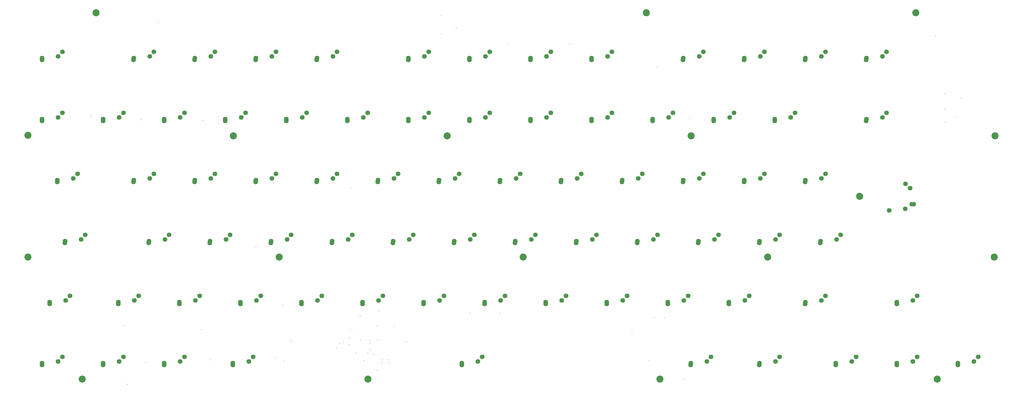
<source format=gbr>
%TF.GenerationSoftware,KiCad,Pcbnew,8.0.2-1*%
%TF.CreationDate,2024-08-02T01:43:11+02:00*%
%TF.ProjectId,keyboard,6b657962-6f61-4726-942e-6b696361645f,1.0*%
%TF.SameCoordinates,Original*%
%TF.FileFunction,Plated,1,2,PTH,Drill*%
%TF.FilePolarity,Positive*%
%FSLAX46Y46*%
G04 Gerber Fmt 4.6, Leading zero omitted, Abs format (unit mm)*
G04 Created by KiCad (PCBNEW 8.0.2-1) date 2024-08-02 01:43:11*
%MOMM*%
%LPD*%
G01*
G04 APERTURE LIST*
%TA.AperFunction,ViaDrill*%
%ADD10C,0.203200*%
%TD*%
%TA.AperFunction,ViaDrill*%
%ADD11C,0.254000*%
%TD*%
%TA.AperFunction,ViaDrill*%
%ADD12C,0.300000*%
%TD*%
%TA.AperFunction,ComponentDrill*%
%ADD13C,1.470000*%
%TD*%
%TA.AperFunction,ComponentDrill*%
%ADD14C,2.200000*%
%TD*%
G04 APERTURE END LIST*
D10*
X194056000Y-91275236D03*
X350212746Y-119001742D03*
D11*
X80010000Y-118872000D03*
X101092000Y-89408000D03*
X114554000Y-185420000D03*
X140335000Y-195199000D03*
X142494000Y-188976000D03*
X156718000Y-191262000D03*
X157734000Y-189738000D03*
X158793767Y-189484000D03*
X160703351Y-190135117D03*
X160785767Y-188152383D03*
X162814000Y-192786000D03*
X164293767Y-188468000D03*
X165354000Y-195072000D03*
X166566258Y-192716742D03*
X167285767Y-188722000D03*
X167285767Y-189716578D03*
X167285767Y-191770000D03*
X168301767Y-193193767D03*
X169418000Y-184150000D03*
X169672000Y-188722000D03*
X169926000Y-179578000D03*
X170942000Y-194818000D03*
X170942000Y-195834000D03*
X173093881Y-194818000D03*
X173093881Y-195834000D03*
X178308000Y-189230000D03*
X189484000Y-87376000D03*
X198374000Y-180340000D03*
X207772000Y-180340000D03*
X248920000Y-186436000D03*
X254254000Y-195072000D03*
X255778000Y-181610000D03*
X256794000Y-103378000D03*
X259080000Y-181610000D03*
X264922000Y-200914000D03*
D12*
X90170000Y-184150000D03*
X91440000Y-202438000D03*
X95758000Y-119888000D03*
X97282000Y-195580000D03*
X115062000Y-120142000D03*
X117348000Y-194818000D03*
X131572000Y-159766000D03*
X137668000Y-194310000D03*
X139954000Y-177800000D03*
X161290000Y-141224000D03*
X161544000Y-184912000D03*
X164084000Y-181102000D03*
X169418000Y-198120000D03*
X174752000Y-184404000D03*
X189484000Y-92964000D03*
X210312000Y-96266000D03*
X229616000Y-96266000D03*
X266954000Y-119380000D03*
X343662000Y-93726000D03*
X346456000Y-111760000D03*
X346584125Y-116635756D03*
X346710000Y-120650000D03*
X351536000Y-113030000D03*
D13*
%TO.C,K_SPACE0*%
X64862767Y-101180000D03*
%TO.C,K_SPACE14*%
X64862767Y-120230000D03*
%TO.C,K_SPACE69*%
X64862767Y-196430000D03*
%TO.C,K_SPACE0*%
X64902767Y-100600000D03*
%TO.C,K_SPACE14*%
X64902767Y-119650000D03*
%TO.C,K_SPACE69*%
X64902767Y-195850000D03*
%TO.C,K_SPACE55*%
X67244017Y-177380000D03*
X67284017Y-176800000D03*
%TO.C,K_SPACE28*%
X69625267Y-139280000D03*
X69665267Y-138700000D03*
%TO.C,K_SPACE0*%
X69902767Y-100100000D03*
%TO.C,K_SPACE14*%
X69902767Y-119150000D03*
%TO.C,K_SPACE69*%
X69902767Y-195350000D03*
%TO.C,K_SPACE0*%
X71212767Y-98640000D03*
%TO.C,K_SPACE14*%
X71212767Y-117690000D03*
%TO.C,K_SPACE69*%
X71212767Y-193890000D03*
%TO.C,K_SPACE41*%
X72006517Y-158330000D03*
X72046517Y-157750000D03*
%TO.C,K_SPACE55*%
X72284017Y-176300000D03*
X73594017Y-174840000D03*
%TO.C,K_SPACE28*%
X74665267Y-138200000D03*
X75975267Y-136740000D03*
%TO.C,K_SPACE41*%
X77046517Y-157250000D03*
X78356517Y-155790000D03*
%TO.C,K_SPACE15*%
X83912767Y-120230000D03*
%TO.C,K_SPACE70*%
X83912767Y-196430000D03*
%TO.C,K_SPACE15*%
X83952767Y-119650000D03*
%TO.C,K_SPACE70*%
X83952767Y-195850000D03*
%TO.C,K_SPACE56*%
X88675267Y-177380000D03*
X88715267Y-176800000D03*
%TO.C,K_SPACE15*%
X88952767Y-119150000D03*
%TO.C,K_SPACE70*%
X88952767Y-195350000D03*
%TO.C,K_SPACE15*%
X90262767Y-117690000D03*
%TO.C,K_SPACE70*%
X90262767Y-193890000D03*
%TO.C,K_SPACE1*%
X93437767Y-101180000D03*
%TO.C,K_SPACE29*%
X93437767Y-139280000D03*
%TO.C,K_SPACE1*%
X93477767Y-100600000D03*
%TO.C,K_SPACE29*%
X93477767Y-138700000D03*
%TO.C,K_SPACE56*%
X93715267Y-176300000D03*
X95025267Y-174840000D03*
%TO.C,K_SPACE42*%
X98200267Y-158330000D03*
X98240267Y-157750000D03*
%TO.C,K_SPACE1*%
X98477767Y-100100000D03*
%TO.C,K_SPACE29*%
X98477767Y-138200000D03*
%TO.C,K_SPACE1*%
X99787767Y-98640000D03*
%TO.C,K_SPACE29*%
X99787767Y-136740000D03*
%TO.C,K_SPACE16*%
X102962767Y-120230000D03*
%TO.C,K_SPACE71*%
X102962767Y-196430000D03*
%TO.C,K_SPACE16*%
X103002767Y-119650000D03*
%TO.C,K_SPACE71*%
X103002767Y-195850000D03*
%TO.C,K_SPACE42*%
X103240267Y-157250000D03*
X104550267Y-155790000D03*
%TO.C,K_SPACE57*%
X107725267Y-177380000D03*
X107765267Y-176800000D03*
%TO.C,K_SPACE16*%
X108002767Y-119150000D03*
%TO.C,K_SPACE71*%
X108002767Y-195350000D03*
%TO.C,K_SPACE16*%
X109312767Y-117690000D03*
%TO.C,K_SPACE71*%
X109312767Y-193890000D03*
%TO.C,K_SPACE2*%
X112487767Y-101180000D03*
%TO.C,K_SPACE30*%
X112487767Y-139280000D03*
%TO.C,K_SPACE2*%
X112527767Y-100600000D03*
%TO.C,K_SPACE30*%
X112527767Y-138700000D03*
%TO.C,K_SPACE57*%
X112765267Y-176300000D03*
X114075267Y-174840000D03*
%TO.C,K_SPACE43*%
X117250267Y-158330000D03*
X117290267Y-157750000D03*
%TO.C,K_SPACE2*%
X117527767Y-100100000D03*
%TO.C,K_SPACE30*%
X117527767Y-138200000D03*
%TO.C,K_SPACE2*%
X118837767Y-98640000D03*
%TO.C,K_SPACE30*%
X118837767Y-136740000D03*
%TO.C,K_SPACE17*%
X122012767Y-120230000D03*
X122052767Y-119650000D03*
%TO.C,K_SPACE43*%
X122290267Y-157250000D03*
X123600267Y-155790000D03*
%TO.C,K_SPACE72*%
X124394017Y-196430000D03*
X124434017Y-195850000D03*
%TO.C,K_SPACE58*%
X126775267Y-177380000D03*
X126815267Y-176800000D03*
%TO.C,K_SPACE17*%
X127052767Y-119150000D03*
X128362767Y-117690000D03*
%TO.C,K_SPACE72*%
X129434017Y-195350000D03*
X130744017Y-193890000D03*
%TO.C,K_SPACE3*%
X131537767Y-101180000D03*
%TO.C,K_SPACE31*%
X131537767Y-139280000D03*
%TO.C,K_SPACE3*%
X131577767Y-100600000D03*
%TO.C,K_SPACE31*%
X131577767Y-138700000D03*
%TO.C,K_SPACE58*%
X131815267Y-176300000D03*
X133125267Y-174840000D03*
%TO.C,K_SPACE44*%
X136300267Y-158330000D03*
X136340267Y-157750000D03*
%TO.C,K_SPACE3*%
X136577767Y-100100000D03*
%TO.C,K_SPACE31*%
X136577767Y-138200000D03*
%TO.C,K_SPACE3*%
X137887767Y-98640000D03*
%TO.C,K_SPACE31*%
X137887767Y-136740000D03*
%TO.C,K_SPACE18*%
X141062767Y-120230000D03*
X141102767Y-119650000D03*
%TO.C,K_SPACE44*%
X141340267Y-157250000D03*
X142650267Y-155790000D03*
%TO.C,K_SPACE59*%
X145825267Y-177380000D03*
X145865267Y-176800000D03*
%TO.C,K_SPACE18*%
X146102767Y-119150000D03*
X147412767Y-117690000D03*
%TO.C,K_SPACE4*%
X150587767Y-101180000D03*
%TO.C,K_SPACE32*%
X150587767Y-139280000D03*
%TO.C,K_SPACE4*%
X150627767Y-100600000D03*
%TO.C,K_SPACE32*%
X150627767Y-138700000D03*
%TO.C,K_SPACE59*%
X150865267Y-176300000D03*
X152175267Y-174840000D03*
%TO.C,K_SPACE45*%
X155350267Y-158330000D03*
X155390267Y-157750000D03*
%TO.C,K_SPACE4*%
X155627767Y-100100000D03*
%TO.C,K_SPACE32*%
X155627767Y-138200000D03*
%TO.C,K_SPACE4*%
X156937767Y-98640000D03*
%TO.C,K_SPACE32*%
X156937767Y-136740000D03*
%TO.C,K_SPACE19*%
X160112767Y-120230000D03*
X160152767Y-119650000D03*
%TO.C,K_SPACE45*%
X160390267Y-157250000D03*
X161700267Y-155790000D03*
%TO.C,K_SPACE60*%
X164875267Y-177380000D03*
X164915267Y-176800000D03*
%TO.C,K_SPACE19*%
X165152767Y-119150000D03*
X166462767Y-117690000D03*
%TO.C,K_SPACE33*%
X169637767Y-139280000D03*
X169677767Y-138700000D03*
%TO.C,K_SPACE60*%
X169915267Y-176300000D03*
X171225267Y-174840000D03*
%TO.C,K_SPACE46*%
X174400267Y-158330000D03*
X174440267Y-157750000D03*
%TO.C,K_SPACE33*%
X174677767Y-138200000D03*
X175987767Y-136740000D03*
%TO.C,K_SPACE5*%
X179162767Y-101180000D03*
%TO.C,K_SPACE20*%
X179162767Y-120230000D03*
%TO.C,K_SPACE5*%
X179202767Y-100600000D03*
%TO.C,K_SPACE20*%
X179202767Y-119650000D03*
%TO.C,K_SPACE46*%
X179440267Y-157250000D03*
X180750267Y-155790000D03*
%TO.C,K_SPACE61*%
X183925267Y-177380000D03*
X183965267Y-176800000D03*
%TO.C,K_SPACE5*%
X184202767Y-100100000D03*
%TO.C,K_SPACE20*%
X184202767Y-119150000D03*
%TO.C,K_SPACE5*%
X185512767Y-98640000D03*
%TO.C,K_SPACE20*%
X185512767Y-117690000D03*
%TO.C,K_SPACE34*%
X188687767Y-139280000D03*
X188727767Y-138700000D03*
%TO.C,K_SPACE61*%
X188965267Y-176300000D03*
X190275267Y-174840000D03*
%TO.C,K_SPACE47*%
X193450267Y-158330000D03*
X193490267Y-157750000D03*
%TO.C,K_SPACE34*%
X193727767Y-138200000D03*
X195037767Y-136740000D03*
%TO.C,K_SPACE73*%
X195831517Y-196430000D03*
X195871517Y-195850000D03*
%TO.C,K_SPACE6*%
X198212767Y-101180000D03*
%TO.C,K_SPACE21*%
X198212767Y-120230000D03*
%TO.C,K_SPACE6*%
X198252767Y-100600000D03*
%TO.C,K_SPACE21*%
X198252767Y-119650000D03*
%TO.C,K_SPACE47*%
X198490267Y-157250000D03*
X199800267Y-155790000D03*
%TO.C,K_SPACE73*%
X200871517Y-195350000D03*
X202181517Y-193890000D03*
%TO.C,K_SPACE62*%
X202975267Y-177380000D03*
X203015267Y-176800000D03*
%TO.C,K_SPACE6*%
X203252767Y-100100000D03*
%TO.C,K_SPACE21*%
X203252767Y-119150000D03*
%TO.C,K_SPACE6*%
X204562767Y-98640000D03*
%TO.C,K_SPACE21*%
X204562767Y-117690000D03*
%TO.C,K_SPACE35*%
X207737767Y-139280000D03*
X207777767Y-138700000D03*
%TO.C,K_SPACE62*%
X208015267Y-176300000D03*
X209325267Y-174840000D03*
%TO.C,K_SPACE48*%
X212500267Y-158330000D03*
X212540267Y-157750000D03*
%TO.C,K_SPACE35*%
X212777767Y-138200000D03*
X214087767Y-136740000D03*
%TO.C,K_SPACE7*%
X217250000Y-101180000D03*
%TO.C,K_SPACE22*%
X217262767Y-120230000D03*
%TO.C,K_SPACE7*%
X217290000Y-100600000D03*
%TO.C,K_SPACE22*%
X217302767Y-119650000D03*
%TO.C,K_SPACE48*%
X217540267Y-157250000D03*
X218850267Y-155790000D03*
%TO.C,K_SPACE63*%
X222025267Y-177380000D03*
X222065267Y-176800000D03*
%TO.C,K_SPACE7*%
X222290000Y-100100000D03*
%TO.C,K_SPACE22*%
X222302767Y-119150000D03*
%TO.C,K_SPACE7*%
X223600000Y-98640000D03*
%TO.C,K_SPACE22*%
X223612767Y-117690000D03*
%TO.C,K_SPACE36*%
X226787767Y-139280000D03*
X226827767Y-138700000D03*
%TO.C,K_SPACE63*%
X227065267Y-176300000D03*
X228375267Y-174840000D03*
%TO.C,K_SPACE49*%
X231550267Y-158330000D03*
X231590267Y-157750000D03*
%TO.C,K_SPACE36*%
X231827767Y-138200000D03*
X233137767Y-136740000D03*
%TO.C,K_SPACE8*%
X236312767Y-101180000D03*
%TO.C,K_SPACE23*%
X236312767Y-120230000D03*
%TO.C,K_SPACE8*%
X236352767Y-100600000D03*
%TO.C,K_SPACE23*%
X236352767Y-119650000D03*
%TO.C,K_SPACE49*%
X236590267Y-157250000D03*
X237900267Y-155790000D03*
%TO.C,K_SPACE64*%
X241075267Y-177380000D03*
X241115267Y-176800000D03*
%TO.C,K_SPACE8*%
X241352767Y-100100000D03*
%TO.C,K_SPACE23*%
X241352767Y-119150000D03*
%TO.C,K_SPACE8*%
X242662767Y-98640000D03*
%TO.C,K_SPACE23*%
X242662767Y-117690000D03*
%TO.C,K_SPACE37*%
X245837767Y-139280000D03*
X245877767Y-138700000D03*
%TO.C,K_SPACE64*%
X246115267Y-176300000D03*
X247425267Y-174840000D03*
%TO.C,K_SPACE50*%
X250600267Y-158330000D03*
X250640267Y-157750000D03*
%TO.C,K_SPACE37*%
X250877767Y-138200000D03*
X252187767Y-136740000D03*
%TO.C,K_SPACE24*%
X255362767Y-120230000D03*
X255402767Y-119650000D03*
%TO.C,K_SPACE50*%
X255640267Y-157250000D03*
X256950267Y-155790000D03*
%TO.C,K_SPACE65*%
X260125267Y-177380000D03*
X260165267Y-176800000D03*
%TO.C,K_SPACE24*%
X260402767Y-119150000D03*
X261712767Y-117690000D03*
%TO.C,K_SPACE9*%
X264887767Y-101180000D03*
%TO.C,K_SPACE38*%
X264887767Y-139280000D03*
%TO.C,K_SPACE9*%
X264927767Y-100600000D03*
%TO.C,K_SPACE38*%
X264927767Y-138700000D03*
%TO.C,K_SPACE65*%
X265165267Y-176300000D03*
X266475267Y-174840000D03*
%TO.C,K_SPACE74*%
X267269017Y-196430000D03*
X267309017Y-195850000D03*
%TO.C,K_SPACE51*%
X269650267Y-158330000D03*
X269690267Y-157750000D03*
%TO.C,K_SPACE9*%
X269927767Y-100100000D03*
%TO.C,K_SPACE38*%
X269927767Y-138200000D03*
%TO.C,K_SPACE9*%
X271237767Y-98640000D03*
%TO.C,K_SPACE38*%
X271237767Y-136740000D03*
%TO.C,K_SPACE74*%
X272309017Y-195350000D03*
X273619017Y-193890000D03*
%TO.C,K_SPACE25*%
X274412767Y-120230000D03*
X274452767Y-119650000D03*
%TO.C,K_SPACE51*%
X274690267Y-157250000D03*
X276000267Y-155790000D03*
%TO.C,K_SPACE66*%
X279175267Y-177380000D03*
X279215267Y-176800000D03*
%TO.C,K_SPACE25*%
X279452767Y-119150000D03*
X280762767Y-117690000D03*
%TO.C,K_SPACE10*%
X283937767Y-101180000D03*
%TO.C,K_SPACE39*%
X283937767Y-139280000D03*
%TO.C,K_SPACE10*%
X283977767Y-100600000D03*
%TO.C,K_SPACE39*%
X283977767Y-138700000D03*
%TO.C,K_SPACE66*%
X284215267Y-176300000D03*
X285525267Y-174840000D03*
%TO.C,K_SPACE52*%
X288700267Y-158330000D03*
%TO.C,K_SPACE75*%
X288700267Y-196430000D03*
%TO.C,K_SPACE52*%
X288740267Y-157750000D03*
%TO.C,K_SPACE75*%
X288740267Y-195850000D03*
%TO.C,K_SPACE10*%
X288977767Y-100100000D03*
%TO.C,K_SPACE39*%
X288977767Y-138200000D03*
%TO.C,K_SPACE10*%
X290287767Y-98640000D03*
%TO.C,K_SPACE39*%
X290287767Y-136740000D03*
%TO.C,K_SPACE26*%
X293462767Y-120230000D03*
X293502767Y-119650000D03*
%TO.C,K_SPACE52*%
X293740267Y-157250000D03*
%TO.C,K_SPACE75*%
X293740267Y-195350000D03*
%TO.C,K_SPACE52*%
X295050267Y-155790000D03*
%TO.C,K_SPACE75*%
X295050267Y-193890000D03*
%TO.C,K_SPACE26*%
X298502767Y-119150000D03*
X299812767Y-117690000D03*
%TO.C,K_SPACE11*%
X302987767Y-101180000D03*
%TO.C,K_SPACE40*%
X302987767Y-139280000D03*
%TO.C,K_SPACE67*%
X302987767Y-177380000D03*
%TO.C,K_SPACE11*%
X303027767Y-100600000D03*
%TO.C,K_SPACE40*%
X303027767Y-138700000D03*
%TO.C,K_SPACE67*%
X303027767Y-176800000D03*
%TO.C,K_SPACE53*%
X307750267Y-158330000D03*
X307790267Y-157750000D03*
%TO.C,K_SPACE11*%
X308027767Y-100100000D03*
%TO.C,K_SPACE40*%
X308027767Y-138200000D03*
%TO.C,K_SPACE67*%
X308027767Y-176300000D03*
%TO.C,K_SPACE11*%
X309337767Y-98640000D03*
%TO.C,K_SPACE40*%
X309337767Y-136740000D03*
%TO.C,K_SPACE67*%
X309337767Y-174840000D03*
%TO.C,K_SPACE76*%
X312512767Y-196430000D03*
X312552767Y-195850000D03*
%TO.C,K_SPACE53*%
X312790267Y-157250000D03*
X314100267Y-155790000D03*
%TO.C,K_SPACE76*%
X317552767Y-195350000D03*
X318862767Y-193890000D03*
%TO.C,K_SPACE12*%
X322037767Y-101180000D03*
%TO.C,K_SPACE27*%
X322037767Y-120230000D03*
%TO.C,K_SPACE12*%
X322077767Y-100600000D03*
%TO.C,K_SPACE27*%
X322077767Y-119650000D03*
%TO.C,K_SPACE12*%
X327077767Y-100100000D03*
%TO.C,K_SPACE27*%
X327077767Y-119150000D03*
%TO.C,K_SPACE12*%
X328387767Y-98640000D03*
%TO.C,K_SPACE27*%
X328387767Y-117690000D03*
%TO.C,K_SPACE54*%
X329221517Y-148225000D03*
%TO.C,K_SPACE68*%
X331562767Y-177380000D03*
%TO.C,K_SPACE77*%
X331562767Y-196430000D03*
%TO.C,K_SPACE68*%
X331602767Y-176800000D03*
%TO.C,K_SPACE77*%
X331602767Y-195850000D03*
%TO.C,K_SPACE54*%
X334221517Y-147725000D03*
X334261517Y-139915000D03*
X335721517Y-141225000D03*
X336221517Y-146225000D03*
%TO.C,K_SPACE68*%
X336602767Y-176300000D03*
%TO.C,K_SPACE77*%
X336602767Y-195350000D03*
%TO.C,K_SPACE54*%
X336801517Y-146265000D03*
%TO.C,K_SPACE68*%
X337912767Y-174840000D03*
%TO.C,K_SPACE77*%
X337912767Y-193890000D03*
%TO.C,K_SPACE78*%
X350612767Y-196430000D03*
X350652767Y-195850000D03*
X355652767Y-195350000D03*
X356962767Y-193890000D03*
D14*
%TO.C,REF\u002A\u002A*%
X60463767Y-124736000D03*
X60463767Y-162756000D03*
X77433767Y-200836000D03*
X81773767Y-86496000D03*
X124543767Y-124906000D03*
X138863767Y-162756000D03*
X166543767Y-200836000D03*
X191263767Y-124906000D03*
X215013767Y-162756000D03*
X253443767Y-86496000D03*
X257713767Y-200836000D03*
X267373767Y-124906000D03*
X291313767Y-162756000D03*
X320003767Y-143786000D03*
X337500000Y-86516000D03*
X344213767Y-200836000D03*
X361963767Y-162756000D03*
X362253767Y-124906000D03*
M02*

</source>
